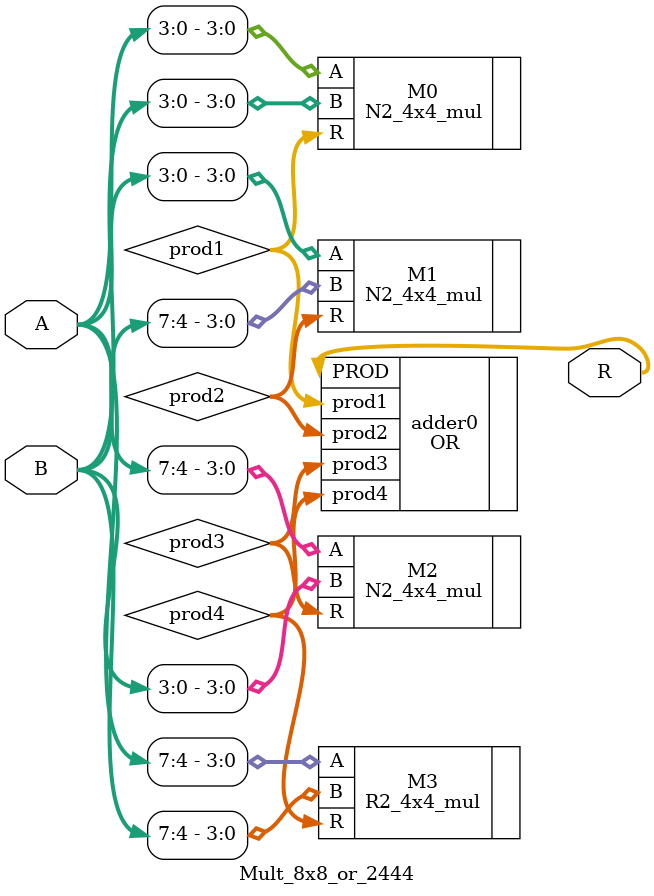
<source format=v>
module Mult_8x8_or_2444(
input [7:0] A,
input [7:0] B,
output [15:0]R
);
wire [7:0]prod1;
wire [7:0]prod2;
wire [7:0]prod3;
wire [7:0]prod4;

N2_4x4_mul M0(.A(A[3:0]),.B(B[3:0]),.R(prod1));
N2_4x4_mul M1(.A(A[3:0]),.B(B[7:4]),.R(prod2));
N2_4x4_mul M2(.A(A[7:4]),.B(B[3:0]),.R(prod3));
R2_4x4_mul M3(.A(A[7:4]),.B(B[7:4]),.R(prod4));
OR adder0(.prod1(prod1),.prod2(prod2),.prod3(prod3),.prod4(prod4),.PROD(R));
endmodule

</source>
